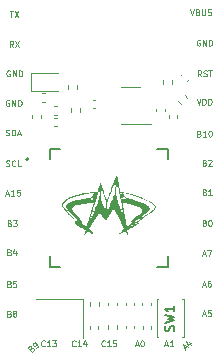
<source format=gbr>
%TF.GenerationSoftware,KiCad,Pcbnew,(6.0.1)*%
%TF.CreationDate,2022-06-22T22:46:58-04:00*%
%TF.ProjectId,stemcell,7374656d-6365-46c6-9c2e-6b696361645f,1.0.0*%
%TF.SameCoordinates,Original*%
%TF.FileFunction,Legend,Top*%
%TF.FilePolarity,Positive*%
%FSLAX46Y46*%
G04 Gerber Fmt 4.6, Leading zero omitted, Abs format (unit mm)*
G04 Created by KiCad (PCBNEW (6.0.1)) date 2022-06-22 22:46:58*
%MOMM*%
%LPD*%
G01*
G04 APERTURE LIST*
%ADD10C,0.050000*%
%ADD11C,0.150000*%
%ADD12C,0.120000*%
%ADD13C,0.127000*%
%ADD14C,0.200000*%
G04 APERTURE END LIST*
D10*
X107511933Y-57765390D02*
X107678600Y-58265390D01*
X107845266Y-57765390D01*
X108011933Y-58265390D02*
X108011933Y-57765390D01*
X108130980Y-57765390D01*
X108202409Y-57789200D01*
X108250028Y-57836819D01*
X108273838Y-57884438D01*
X108297647Y-57979676D01*
X108297647Y-58051104D01*
X108273838Y-58146342D01*
X108250028Y-58193961D01*
X108202409Y-58241580D01*
X108130980Y-58265390D01*
X108011933Y-58265390D01*
X108511933Y-58265390D02*
X108511933Y-57765390D01*
X108630980Y-57765390D01*
X108702409Y-57789200D01*
X108750028Y-57836819D01*
X108773838Y-57884438D01*
X108797647Y-57979676D01*
X108797647Y-58051104D01*
X108773838Y-58146342D01*
X108750028Y-58193961D01*
X108702409Y-58241580D01*
X108630980Y-58265390D01*
X108511933Y-58265390D01*
X108186219Y-65663485D02*
X108257647Y-65687295D01*
X108281457Y-65711104D01*
X108305266Y-65758723D01*
X108305266Y-65830152D01*
X108281457Y-65877771D01*
X108257647Y-65901580D01*
X108210028Y-65925390D01*
X108019552Y-65925390D01*
X108019552Y-65425390D01*
X108186219Y-65425390D01*
X108233838Y-65449200D01*
X108257647Y-65473009D01*
X108281457Y-65520628D01*
X108281457Y-65568247D01*
X108257647Y-65615866D01*
X108233838Y-65639676D01*
X108186219Y-65663485D01*
X108019552Y-65663485D01*
X108781457Y-65925390D02*
X108495742Y-65925390D01*
X108638600Y-65925390D02*
X108638600Y-65425390D01*
X108590980Y-65496819D01*
X108543361Y-65544438D01*
X108495742Y-65568247D01*
X91697647Y-55389200D02*
X91650028Y-55365390D01*
X91578600Y-55365390D01*
X91507171Y-55389200D01*
X91459552Y-55436819D01*
X91435742Y-55484438D01*
X91411933Y-55579676D01*
X91411933Y-55651104D01*
X91435742Y-55746342D01*
X91459552Y-55793961D01*
X91507171Y-55841580D01*
X91578600Y-55865390D01*
X91626219Y-55865390D01*
X91697647Y-55841580D01*
X91721457Y-55817771D01*
X91721457Y-55651104D01*
X91626219Y-55651104D01*
X91935742Y-55865390D02*
X91935742Y-55365390D01*
X92221457Y-55865390D01*
X92221457Y-55365390D01*
X92459552Y-55865390D02*
X92459552Y-55365390D01*
X92578600Y-55365390D01*
X92650028Y-55389200D01*
X92697647Y-55436819D01*
X92721457Y-55484438D01*
X92745266Y-55579676D01*
X92745266Y-55651104D01*
X92721457Y-55746342D01*
X92697647Y-55793961D01*
X92650028Y-55841580D01*
X92578600Y-55865390D01*
X92459552Y-55865390D01*
X108186219Y-68263485D02*
X108257647Y-68287295D01*
X108281457Y-68311104D01*
X108305266Y-68358723D01*
X108305266Y-68430152D01*
X108281457Y-68477771D01*
X108257647Y-68501580D01*
X108210028Y-68525390D01*
X108019552Y-68525390D01*
X108019552Y-68025390D01*
X108186219Y-68025390D01*
X108233838Y-68049200D01*
X108257647Y-68073009D01*
X108281457Y-68120628D01*
X108281457Y-68168247D01*
X108257647Y-68215866D01*
X108233838Y-68239676D01*
X108186219Y-68263485D01*
X108019552Y-68263485D01*
X108614790Y-68025390D02*
X108662409Y-68025390D01*
X108710028Y-68049200D01*
X108733838Y-68073009D01*
X108757647Y-68120628D01*
X108781457Y-68215866D01*
X108781457Y-68334914D01*
X108757647Y-68430152D01*
X108733838Y-68477771D01*
X108710028Y-68501580D01*
X108662409Y-68525390D01*
X108614790Y-68525390D01*
X108567171Y-68501580D01*
X108543361Y-68477771D01*
X108519552Y-68430152D01*
X108495742Y-68334914D01*
X108495742Y-68215866D01*
X108519552Y-68120628D01*
X108543361Y-68073009D01*
X108567171Y-68049200D01*
X108614790Y-68025390D01*
X91676219Y-68303485D02*
X91747647Y-68327295D01*
X91771457Y-68351104D01*
X91795266Y-68398723D01*
X91795266Y-68470152D01*
X91771457Y-68517771D01*
X91747647Y-68541580D01*
X91700028Y-68565390D01*
X91509552Y-68565390D01*
X91509552Y-68065390D01*
X91676219Y-68065390D01*
X91723838Y-68089200D01*
X91747647Y-68113009D01*
X91771457Y-68160628D01*
X91771457Y-68208247D01*
X91747647Y-68255866D01*
X91723838Y-68279676D01*
X91676219Y-68303485D01*
X91509552Y-68303485D01*
X91961933Y-68065390D02*
X92271457Y-68065390D01*
X92104790Y-68255866D01*
X92176219Y-68255866D01*
X92223838Y-68279676D01*
X92247647Y-68303485D01*
X92271457Y-68351104D01*
X92271457Y-68470152D01*
X92247647Y-68517771D01*
X92223838Y-68541580D01*
X92176219Y-68565390D01*
X92033361Y-68565390D01*
X91985742Y-68541580D01*
X91961933Y-68517771D01*
X97267171Y-78677771D02*
X97243361Y-78701580D01*
X97171933Y-78725390D01*
X97124314Y-78725390D01*
X97052885Y-78701580D01*
X97005266Y-78653961D01*
X96981457Y-78606342D01*
X96957647Y-78511104D01*
X96957647Y-78439676D01*
X96981457Y-78344438D01*
X97005266Y-78296819D01*
X97052885Y-78249200D01*
X97124314Y-78225390D01*
X97171933Y-78225390D01*
X97243361Y-78249200D01*
X97267171Y-78273009D01*
X97743361Y-78725390D02*
X97457647Y-78725390D01*
X97600504Y-78725390D02*
X97600504Y-78225390D01*
X97552885Y-78296819D01*
X97505266Y-78344438D01*
X97457647Y-78368247D01*
X98171933Y-78392057D02*
X98171933Y-78725390D01*
X98052885Y-78201580D02*
X97933838Y-78558723D01*
X98243361Y-78558723D01*
X107738123Y-60703485D02*
X107809552Y-60727295D01*
X107833361Y-60751104D01*
X107857171Y-60798723D01*
X107857171Y-60870152D01*
X107833361Y-60917771D01*
X107809552Y-60941580D01*
X107761933Y-60965390D01*
X107571457Y-60965390D01*
X107571457Y-60465390D01*
X107738123Y-60465390D01*
X107785742Y-60489200D01*
X107809552Y-60513009D01*
X107833361Y-60560628D01*
X107833361Y-60608247D01*
X107809552Y-60655866D01*
X107785742Y-60679676D01*
X107738123Y-60703485D01*
X107571457Y-60703485D01*
X108333361Y-60965390D02*
X108047647Y-60965390D01*
X108190504Y-60965390D02*
X108190504Y-60465390D01*
X108142885Y-60536819D01*
X108095266Y-60584438D01*
X108047647Y-60608247D01*
X108642885Y-60465390D02*
X108690504Y-60465390D01*
X108738123Y-60489200D01*
X108761933Y-60513009D01*
X108785742Y-60560628D01*
X108809552Y-60655866D01*
X108809552Y-60774914D01*
X108785742Y-60870152D01*
X108761933Y-60917771D01*
X108738123Y-60941580D01*
X108690504Y-60965390D01*
X108642885Y-60965390D01*
X108595266Y-60941580D01*
X108571457Y-60917771D01*
X108547647Y-60870152D01*
X108523838Y-60774914D01*
X108523838Y-60655866D01*
X108547647Y-60560628D01*
X108571457Y-60513009D01*
X108595266Y-60489200D01*
X108642885Y-60465390D01*
X94667171Y-78677771D02*
X94643361Y-78701580D01*
X94571933Y-78725390D01*
X94524314Y-78725390D01*
X94452885Y-78701580D01*
X94405266Y-78653961D01*
X94381457Y-78606342D01*
X94357647Y-78511104D01*
X94357647Y-78439676D01*
X94381457Y-78344438D01*
X94405266Y-78296819D01*
X94452885Y-78249200D01*
X94524314Y-78225390D01*
X94571933Y-78225390D01*
X94643361Y-78249200D01*
X94667171Y-78273009D01*
X95143361Y-78725390D02*
X94857647Y-78725390D01*
X95000504Y-78725390D02*
X95000504Y-78225390D01*
X94952885Y-78296819D01*
X94905266Y-78344438D01*
X94857647Y-78368247D01*
X95310028Y-78225390D02*
X95619552Y-78225390D01*
X95452885Y-78415866D01*
X95524314Y-78415866D01*
X95571933Y-78439676D01*
X95595742Y-78463485D01*
X95619552Y-78511104D01*
X95619552Y-78630152D01*
X95595742Y-78677771D01*
X95571933Y-78701580D01*
X95524314Y-78725390D01*
X95381457Y-78725390D01*
X95333838Y-78701580D01*
X95310028Y-78677771D01*
X104831457Y-78582533D02*
X105069552Y-78582533D01*
X104783838Y-78725390D02*
X104950504Y-78225390D01*
X105117171Y-78725390D01*
X105545742Y-78725390D02*
X105260028Y-78725390D01*
X105402885Y-78725390D02*
X105402885Y-78225390D01*
X105355266Y-78296819D01*
X105307647Y-78344438D01*
X105260028Y-78368247D01*
X108186219Y-63163485D02*
X108257647Y-63187295D01*
X108281457Y-63211104D01*
X108305266Y-63258723D01*
X108305266Y-63330152D01*
X108281457Y-63377771D01*
X108257647Y-63401580D01*
X108210028Y-63425390D01*
X108019552Y-63425390D01*
X108019552Y-62925390D01*
X108186219Y-62925390D01*
X108233838Y-62949200D01*
X108257647Y-62973009D01*
X108281457Y-63020628D01*
X108281457Y-63068247D01*
X108257647Y-63115866D01*
X108233838Y-63139676D01*
X108186219Y-63163485D01*
X108019552Y-63163485D01*
X108495742Y-62973009D02*
X108519552Y-62949200D01*
X108567171Y-62925390D01*
X108686219Y-62925390D01*
X108733838Y-62949200D01*
X108757647Y-62973009D01*
X108781457Y-63020628D01*
X108781457Y-63068247D01*
X108757647Y-63139676D01*
X108471933Y-63425390D01*
X108781457Y-63425390D01*
X108021457Y-70922533D02*
X108259552Y-70922533D01*
X107973838Y-71065390D02*
X108140504Y-70565390D01*
X108307171Y-71065390D01*
X108426219Y-70565390D02*
X108759552Y-70565390D01*
X108545266Y-71065390D01*
X107797647Y-52789200D02*
X107750028Y-52765390D01*
X107678600Y-52765390D01*
X107607171Y-52789200D01*
X107559552Y-52836819D01*
X107535742Y-52884438D01*
X107511933Y-52979676D01*
X107511933Y-53051104D01*
X107535742Y-53146342D01*
X107559552Y-53193961D01*
X107607171Y-53241580D01*
X107678600Y-53265390D01*
X107726219Y-53265390D01*
X107797647Y-53241580D01*
X107821457Y-53217771D01*
X107821457Y-53051104D01*
X107726219Y-53051104D01*
X108035742Y-53265390D02*
X108035742Y-52765390D01*
X108321457Y-53265390D01*
X108321457Y-52765390D01*
X108559552Y-53265390D02*
X108559552Y-52765390D01*
X108678600Y-52765390D01*
X108750028Y-52789200D01*
X108797647Y-52836819D01*
X108821457Y-52884438D01*
X108845266Y-52979676D01*
X108845266Y-53051104D01*
X108821457Y-53146342D01*
X108797647Y-53193961D01*
X108750028Y-53241580D01*
X108678600Y-53265390D01*
X108559552Y-53265390D01*
X91666219Y-75943485D02*
X91737647Y-75967295D01*
X91761457Y-75991104D01*
X91785266Y-76038723D01*
X91785266Y-76110152D01*
X91761457Y-76157771D01*
X91737647Y-76181580D01*
X91690028Y-76205390D01*
X91499552Y-76205390D01*
X91499552Y-75705390D01*
X91666219Y-75705390D01*
X91713838Y-75729200D01*
X91737647Y-75753009D01*
X91761457Y-75800628D01*
X91761457Y-75848247D01*
X91737647Y-75895866D01*
X91713838Y-75919676D01*
X91666219Y-75943485D01*
X91499552Y-75943485D01*
X92070980Y-75919676D02*
X92023361Y-75895866D01*
X91999552Y-75872057D01*
X91975742Y-75824438D01*
X91975742Y-75800628D01*
X91999552Y-75753009D01*
X92023361Y-75729200D01*
X92070980Y-75705390D01*
X92166219Y-75705390D01*
X92213838Y-75729200D01*
X92237647Y-75753009D01*
X92261457Y-75800628D01*
X92261457Y-75824438D01*
X92237647Y-75872057D01*
X92213838Y-75895866D01*
X92166219Y-75919676D01*
X92070980Y-75919676D01*
X92023361Y-75943485D01*
X91999552Y-75967295D01*
X91975742Y-76014914D01*
X91975742Y-76110152D01*
X91999552Y-76157771D01*
X92023361Y-76181580D01*
X92070980Y-76205390D01*
X92166219Y-76205390D01*
X92213838Y-76181580D01*
X92237647Y-76157771D01*
X92261457Y-76110152D01*
X92261457Y-76014914D01*
X92237647Y-75967295D01*
X92213838Y-75943485D01*
X92166219Y-75919676D01*
X91647647Y-57889200D02*
X91600028Y-57865390D01*
X91528600Y-57865390D01*
X91457171Y-57889200D01*
X91409552Y-57936819D01*
X91385742Y-57984438D01*
X91361933Y-58079676D01*
X91361933Y-58151104D01*
X91385742Y-58246342D01*
X91409552Y-58293961D01*
X91457171Y-58341580D01*
X91528600Y-58365390D01*
X91576219Y-58365390D01*
X91647647Y-58341580D01*
X91671457Y-58317771D01*
X91671457Y-58151104D01*
X91576219Y-58151104D01*
X91885742Y-58365390D02*
X91885742Y-57865390D01*
X92171457Y-58365390D01*
X92171457Y-57865390D01*
X92409552Y-58365390D02*
X92409552Y-57865390D01*
X92528600Y-57865390D01*
X92600028Y-57889200D01*
X92647647Y-57936819D01*
X92671457Y-57984438D01*
X92695266Y-58079676D01*
X92695266Y-58151104D01*
X92671457Y-58246342D01*
X92647647Y-58293961D01*
X92600028Y-58341580D01*
X92528600Y-58365390D01*
X92409552Y-58365390D01*
X108021457Y-76022533D02*
X108259552Y-76022533D01*
X107973838Y-76165390D02*
X108140504Y-75665390D01*
X108307171Y-76165390D01*
X108711933Y-75665390D02*
X108473838Y-75665390D01*
X108450028Y-75903485D01*
X108473838Y-75879676D01*
X108521457Y-75855866D01*
X108640504Y-75855866D01*
X108688123Y-75879676D01*
X108711933Y-75903485D01*
X108735742Y-75951104D01*
X108735742Y-76070152D01*
X108711933Y-76117771D01*
X108688123Y-76141580D01*
X108640504Y-76165390D01*
X108521457Y-76165390D01*
X108473838Y-76141580D01*
X108450028Y-76117771D01*
X108021457Y-73522533D02*
X108259552Y-73522533D01*
X107973838Y-73665390D02*
X108140504Y-73165390D01*
X108307171Y-73665390D01*
X108688123Y-73165390D02*
X108592885Y-73165390D01*
X108545266Y-73189200D01*
X108521457Y-73213009D01*
X108473838Y-73284438D01*
X108450028Y-73379676D01*
X108450028Y-73570152D01*
X108473838Y-73617771D01*
X108497647Y-73641580D01*
X108545266Y-73665390D01*
X108640504Y-73665390D01*
X108688123Y-73641580D01*
X108711933Y-73617771D01*
X108735742Y-73570152D01*
X108735742Y-73451104D01*
X108711933Y-73403485D01*
X108688123Y-73379676D01*
X108640504Y-73355866D01*
X108545266Y-73355866D01*
X108497647Y-73379676D01*
X108473838Y-73403485D01*
X108450028Y-73451104D01*
X102331457Y-78582533D02*
X102569552Y-78582533D01*
X102283838Y-78725390D02*
X102450504Y-78225390D01*
X102617171Y-78725390D01*
X102879076Y-78225390D02*
X102926695Y-78225390D01*
X102974314Y-78249200D01*
X102998123Y-78273009D01*
X103021933Y-78320628D01*
X103045742Y-78415866D01*
X103045742Y-78534914D01*
X103021933Y-78630152D01*
X102998123Y-78677771D01*
X102974314Y-78701580D01*
X102926695Y-78725390D01*
X102879076Y-78725390D01*
X102831457Y-78701580D01*
X102807647Y-78677771D01*
X102783838Y-78630152D01*
X102760028Y-78534914D01*
X102760028Y-78415866D01*
X102783838Y-78320628D01*
X102807647Y-78273009D01*
X102831457Y-78249200D01*
X102879076Y-78225390D01*
X106961933Y-50165390D02*
X107128600Y-50665390D01*
X107295266Y-50165390D01*
X107628600Y-50403485D02*
X107700028Y-50427295D01*
X107723838Y-50451104D01*
X107747647Y-50498723D01*
X107747647Y-50570152D01*
X107723838Y-50617771D01*
X107700028Y-50641580D01*
X107652409Y-50665390D01*
X107461933Y-50665390D01*
X107461933Y-50165390D01*
X107628600Y-50165390D01*
X107676219Y-50189200D01*
X107700028Y-50213009D01*
X107723838Y-50260628D01*
X107723838Y-50308247D01*
X107700028Y-50355866D01*
X107676219Y-50379676D01*
X107628600Y-50403485D01*
X107461933Y-50403485D01*
X107961933Y-50165390D02*
X107961933Y-50570152D01*
X107985742Y-50617771D01*
X108009552Y-50641580D01*
X108057171Y-50665390D01*
X108152409Y-50665390D01*
X108200028Y-50641580D01*
X108223838Y-50617771D01*
X108247647Y-50570152D01*
X108247647Y-50165390D01*
X108461933Y-50641580D02*
X108533361Y-50665390D01*
X108652409Y-50665390D01*
X108700028Y-50641580D01*
X108723838Y-50617771D01*
X108747647Y-50570152D01*
X108747647Y-50522533D01*
X108723838Y-50474914D01*
X108700028Y-50451104D01*
X108652409Y-50427295D01*
X108557171Y-50403485D01*
X108509552Y-50379676D01*
X108485742Y-50355866D01*
X108461933Y-50308247D01*
X108461933Y-50260628D01*
X108485742Y-50213009D01*
X108509552Y-50189200D01*
X108557171Y-50165390D01*
X108676219Y-50165390D01*
X108747647Y-50189200D01*
X91371457Y-60841580D02*
X91442885Y-60865390D01*
X91561933Y-60865390D01*
X91609552Y-60841580D01*
X91633361Y-60817771D01*
X91657171Y-60770152D01*
X91657171Y-60722533D01*
X91633361Y-60674914D01*
X91609552Y-60651104D01*
X91561933Y-60627295D01*
X91466695Y-60603485D01*
X91419076Y-60579676D01*
X91395266Y-60555866D01*
X91371457Y-60508247D01*
X91371457Y-60460628D01*
X91395266Y-60413009D01*
X91419076Y-60389200D01*
X91466695Y-60365390D01*
X91585742Y-60365390D01*
X91657171Y-60389200D01*
X91871457Y-60865390D02*
X91871457Y-60365390D01*
X91990504Y-60365390D01*
X92061933Y-60389200D01*
X92109552Y-60436819D01*
X92133361Y-60484438D01*
X92157171Y-60579676D01*
X92157171Y-60651104D01*
X92133361Y-60746342D01*
X92109552Y-60793961D01*
X92061933Y-60841580D01*
X91990504Y-60865390D01*
X91871457Y-60865390D01*
X92347647Y-60722533D02*
X92585742Y-60722533D01*
X92300028Y-60865390D02*
X92466695Y-60365390D01*
X92633361Y-60865390D01*
X106468578Y-78892604D02*
X106650969Y-78739559D01*
X106523926Y-79032647D02*
X106330207Y-78542494D01*
X106779274Y-78818385D01*
X106856838Y-78318165D02*
X107071101Y-78573513D01*
X106643207Y-78248774D02*
X106781578Y-78598884D01*
X107018687Y-78399926D01*
X91697647Y-50365390D02*
X91983361Y-50365390D01*
X91840504Y-50865390D02*
X91840504Y-50365390D01*
X92102409Y-50365390D02*
X92435742Y-50865390D01*
X92435742Y-50365390D02*
X92102409Y-50865390D01*
X107904790Y-55865390D02*
X107738123Y-55627295D01*
X107619076Y-55865390D02*
X107619076Y-55365390D01*
X107809552Y-55365390D01*
X107857171Y-55389200D01*
X107880980Y-55413009D01*
X107904790Y-55460628D01*
X107904790Y-55532057D01*
X107880980Y-55579676D01*
X107857171Y-55603485D01*
X107809552Y-55627295D01*
X107619076Y-55627295D01*
X108095266Y-55841580D02*
X108166695Y-55865390D01*
X108285742Y-55865390D01*
X108333361Y-55841580D01*
X108357171Y-55817771D01*
X108380980Y-55770152D01*
X108380980Y-55722533D01*
X108357171Y-55674914D01*
X108333361Y-55651104D01*
X108285742Y-55627295D01*
X108190504Y-55603485D01*
X108142885Y-55579676D01*
X108119076Y-55555866D01*
X108095266Y-55508247D01*
X108095266Y-55460628D01*
X108119076Y-55413009D01*
X108142885Y-55389200D01*
X108190504Y-55365390D01*
X108309552Y-55365390D01*
X108380980Y-55389200D01*
X108523838Y-55365390D02*
X108809552Y-55365390D01*
X108666695Y-55865390D02*
X108666695Y-55365390D01*
X91666219Y-73443485D02*
X91737647Y-73467295D01*
X91761457Y-73491104D01*
X91785266Y-73538723D01*
X91785266Y-73610152D01*
X91761457Y-73657771D01*
X91737647Y-73681580D01*
X91690028Y-73705390D01*
X91499552Y-73705390D01*
X91499552Y-73205390D01*
X91666219Y-73205390D01*
X91713838Y-73229200D01*
X91737647Y-73253009D01*
X91761457Y-73300628D01*
X91761457Y-73348247D01*
X91737647Y-73395866D01*
X91713838Y-73419676D01*
X91666219Y-73443485D01*
X91499552Y-73443485D01*
X92237647Y-73205390D02*
X91999552Y-73205390D01*
X91975742Y-73443485D01*
X91999552Y-73419676D01*
X92047171Y-73395866D01*
X92166219Y-73395866D01*
X92213838Y-73419676D01*
X92237647Y-73443485D01*
X92261457Y-73491104D01*
X92261457Y-73610152D01*
X92237647Y-73657771D01*
X92213838Y-73681580D01*
X92166219Y-73705390D01*
X92047171Y-73705390D01*
X91999552Y-73681580D01*
X91975742Y-73657771D01*
X99767171Y-78677771D02*
X99743361Y-78701580D01*
X99671933Y-78725390D01*
X99624314Y-78725390D01*
X99552885Y-78701580D01*
X99505266Y-78653961D01*
X99481457Y-78606342D01*
X99457647Y-78511104D01*
X99457647Y-78439676D01*
X99481457Y-78344438D01*
X99505266Y-78296819D01*
X99552885Y-78249200D01*
X99624314Y-78225390D01*
X99671933Y-78225390D01*
X99743361Y-78249200D01*
X99767171Y-78273009D01*
X100243361Y-78725390D02*
X99957647Y-78725390D01*
X100100504Y-78725390D02*
X100100504Y-78225390D01*
X100052885Y-78296819D01*
X100005266Y-78344438D01*
X99957647Y-78368247D01*
X100695742Y-78225390D02*
X100457647Y-78225390D01*
X100433838Y-78463485D01*
X100457647Y-78439676D01*
X100505266Y-78415866D01*
X100624314Y-78415866D01*
X100671933Y-78439676D01*
X100695742Y-78463485D01*
X100719552Y-78511104D01*
X100719552Y-78630152D01*
X100695742Y-78677771D01*
X100671933Y-78701580D01*
X100624314Y-78725390D01*
X100505266Y-78725390D01*
X100457647Y-78701580D01*
X100433838Y-78677771D01*
X91995266Y-53365390D02*
X91828600Y-53127295D01*
X91709552Y-53365390D02*
X91709552Y-52865390D01*
X91900028Y-52865390D01*
X91947647Y-52889200D01*
X91971457Y-52913009D01*
X91995266Y-52960628D01*
X91995266Y-53032057D01*
X91971457Y-53079676D01*
X91947647Y-53103485D01*
X91900028Y-53127295D01*
X91709552Y-53127295D01*
X92161933Y-52865390D02*
X92495266Y-53365390D01*
X92495266Y-52865390D02*
X92161933Y-53365390D01*
X91666219Y-70743485D02*
X91737647Y-70767295D01*
X91761457Y-70791104D01*
X91785266Y-70838723D01*
X91785266Y-70910152D01*
X91761457Y-70957771D01*
X91737647Y-70981580D01*
X91690028Y-71005390D01*
X91499552Y-71005390D01*
X91499552Y-70505390D01*
X91666219Y-70505390D01*
X91713838Y-70529200D01*
X91737647Y-70553009D01*
X91761457Y-70600628D01*
X91761457Y-70648247D01*
X91737647Y-70695866D01*
X91713838Y-70719676D01*
X91666219Y-70743485D01*
X91499552Y-70743485D01*
X92213838Y-70672057D02*
X92213838Y-71005390D01*
X92094790Y-70481580D02*
X91975742Y-70838723D01*
X92285266Y-70838723D01*
X93510610Y-78901929D02*
X93580632Y-78874254D01*
X93614176Y-78877189D01*
X93663024Y-78898363D01*
X93708937Y-78953080D01*
X93721307Y-79004863D01*
X93718372Y-79038407D01*
X93697198Y-79087255D01*
X93551285Y-79209691D01*
X93229891Y-78826668D01*
X93357565Y-78719537D01*
X93409348Y-78707167D01*
X93442892Y-78710102D01*
X93491740Y-78731276D01*
X93522349Y-78767754D01*
X93534719Y-78819537D01*
X93531784Y-78853081D01*
X93510610Y-78901929D01*
X93382936Y-79009060D01*
X93952546Y-78872992D02*
X94025503Y-78811775D01*
X94046677Y-78762926D01*
X94049612Y-78729383D01*
X94040176Y-78644056D01*
X93997198Y-78555795D01*
X93874762Y-78409882D01*
X93825914Y-78388708D01*
X93792370Y-78385774D01*
X93740588Y-78398143D01*
X93667631Y-78459361D01*
X93646457Y-78508209D01*
X93643522Y-78541753D01*
X93655892Y-78593536D01*
X93732415Y-78684732D01*
X93781263Y-78705905D01*
X93814806Y-78708840D01*
X93866589Y-78696470D01*
X93939546Y-78635252D01*
X93960719Y-78586404D01*
X93963654Y-78552861D01*
X93951284Y-78501078D01*
X91383361Y-65822533D02*
X91621457Y-65822533D01*
X91335742Y-65965390D02*
X91502409Y-65465390D01*
X91669076Y-65965390D01*
X92097647Y-65965390D02*
X91811933Y-65965390D01*
X91954790Y-65965390D02*
X91954790Y-65465390D01*
X91907171Y-65536819D01*
X91859552Y-65584438D01*
X91811933Y-65608247D01*
X92550028Y-65465390D02*
X92311933Y-65465390D01*
X92288123Y-65703485D01*
X92311933Y-65679676D01*
X92359552Y-65655866D01*
X92478600Y-65655866D01*
X92526219Y-65679676D01*
X92550028Y-65703485D01*
X92573838Y-65751104D01*
X92573838Y-65870152D01*
X92550028Y-65917771D01*
X92526219Y-65941580D01*
X92478600Y-65965390D01*
X92359552Y-65965390D01*
X92311933Y-65941580D01*
X92288123Y-65917771D01*
X91383361Y-63441580D02*
X91454790Y-63465390D01*
X91573838Y-63465390D01*
X91621457Y-63441580D01*
X91645266Y-63417771D01*
X91669076Y-63370152D01*
X91669076Y-63322533D01*
X91645266Y-63274914D01*
X91621457Y-63251104D01*
X91573838Y-63227295D01*
X91478600Y-63203485D01*
X91430980Y-63179676D01*
X91407171Y-63155866D01*
X91383361Y-63108247D01*
X91383361Y-63060628D01*
X91407171Y-63013009D01*
X91430980Y-62989200D01*
X91478600Y-62965390D01*
X91597647Y-62965390D01*
X91669076Y-62989200D01*
X92169076Y-63417771D02*
X92145266Y-63441580D01*
X92073838Y-63465390D01*
X92026219Y-63465390D01*
X91954790Y-63441580D01*
X91907171Y-63393961D01*
X91883361Y-63346342D01*
X91859552Y-63251104D01*
X91859552Y-63179676D01*
X91883361Y-63084438D01*
X91907171Y-63036819D01*
X91954790Y-62989200D01*
X92026219Y-62965390D01*
X92073838Y-62965390D01*
X92145266Y-62989200D01*
X92169076Y-63013009D01*
X92621457Y-63465390D02*
X92383361Y-63465390D01*
X92383361Y-62965390D01*
D11*
%TO.C,SW1*%
X105587009Y-77442066D02*
X105625104Y-77327780D01*
X105625104Y-77137304D01*
X105587009Y-77061114D01*
X105548914Y-77023019D01*
X105472723Y-76984923D01*
X105396533Y-76984923D01*
X105320342Y-77023019D01*
X105282247Y-77061114D01*
X105244152Y-77137304D01*
X105206057Y-77289685D01*
X105167961Y-77365876D01*
X105129866Y-77403971D01*
X105053676Y-77442066D01*
X104977485Y-77442066D01*
X104901295Y-77403971D01*
X104863200Y-77365876D01*
X104825104Y-77289685D01*
X104825104Y-77099209D01*
X104863200Y-76984923D01*
X104825104Y-76718257D02*
X105625104Y-76527780D01*
X105053676Y-76375400D01*
X105625104Y-76223019D01*
X104825104Y-76032542D01*
X105625104Y-75308733D02*
X105625104Y-75765876D01*
X105625104Y-75537304D02*
X104825104Y-75537304D01*
X104939390Y-75613495D01*
X105015580Y-75689685D01*
X105053676Y-75765876D01*
D12*
%TO.C,C10*%
X101528600Y-75011364D02*
X101528600Y-75227036D01*
X102248600Y-75011364D02*
X102248600Y-75227036D01*
%TO.C,U2*%
X101888600Y-56739200D02*
X101088600Y-56739200D01*
X101888600Y-59859200D02*
X103688600Y-59859200D01*
X101888600Y-56739200D02*
X102688600Y-56739200D01*
X101888600Y-59859200D02*
X101088600Y-59859200D01*
%TO.C,R5*%
X96876600Y-58573159D02*
X96876600Y-58880441D01*
X97636600Y-58573159D02*
X97636600Y-58880441D01*
%TO.C,C5*%
X102248600Y-77207036D02*
X102248600Y-76991364D01*
X101528600Y-77207036D02*
X101528600Y-76991364D01*
%TO.C,R6*%
X94405046Y-58049462D02*
X94712328Y-58049462D01*
X94405046Y-57289462D02*
X94712328Y-57289462D01*
%TO.C,C8*%
X100748600Y-75227036D02*
X100748600Y-75011364D01*
X100028600Y-75227036D02*
X100028600Y-75011364D01*
%TO.C,R3*%
X95711566Y-59105928D02*
X95404284Y-59105928D01*
X95711566Y-58345928D02*
X95404284Y-58345928D01*
%TO.C,R4*%
X96638050Y-56920205D02*
X96638050Y-56612923D01*
X97398050Y-56920205D02*
X97398050Y-56612923D01*
%TO.C,C4*%
X102935600Y-75011364D02*
X102935600Y-75227036D01*
X103655600Y-75011364D02*
X103655600Y-75227036D01*
%TO.C,C6*%
X93595216Y-59374785D02*
X93595216Y-59159113D01*
X94315216Y-59374785D02*
X94315216Y-59159113D01*
%TO.C,C1*%
X98939236Y-57856800D02*
X98723564Y-57856800D01*
X98939236Y-58576800D02*
X98723564Y-58576800D01*
%TO.C,Y1*%
X97888600Y-77999200D02*
X97888600Y-74699200D01*
X97888600Y-74699200D02*
X93888600Y-74699200D01*
%TO.C,C11*%
X98471400Y-77011364D02*
X98471400Y-77227036D01*
X99191400Y-77011364D02*
X99191400Y-77227036D01*
%TO.C,R1*%
X99262200Y-75284841D02*
X99262200Y-74977559D01*
X98502200Y-75284841D02*
X98502200Y-74977559D01*
%TO.C,C12*%
X106316738Y-55622663D02*
X106178106Y-55787878D01*
X106868290Y-56085470D02*
X106729658Y-56250685D01*
%TO.C,R7*%
X106737995Y-57689796D02*
X106540478Y-57454404D01*
X106155802Y-58178314D02*
X105958285Y-57942922D01*
%TO.C,C9*%
X95463810Y-60094374D02*
X95679482Y-60094374D01*
X95463810Y-59374374D02*
X95679482Y-59374374D01*
%TO.C,C2*%
X104830200Y-58832636D02*
X104830200Y-58616964D01*
X104110200Y-58832636D02*
X104110200Y-58616964D01*
%TO.C,R2*%
X105409000Y-56185559D02*
X105409000Y-56492841D01*
X104649000Y-56185559D02*
X104649000Y-56492841D01*
%TO.C,D1*%
X93483796Y-57082195D02*
X95768796Y-57082195D01*
X95768796Y-55612195D02*
X93483796Y-55612195D01*
X93483796Y-55612195D02*
X93483796Y-57082195D01*
%TO.C,SW1*%
X104168600Y-77919200D02*
X104168600Y-74679200D01*
X106408600Y-77919200D02*
X106408600Y-74679200D01*
X104168600Y-77919200D02*
X104268600Y-77919200D01*
X106308600Y-74679200D02*
X106408600Y-74679200D01*
X106308600Y-77919200D02*
X106408600Y-77919200D01*
X104168600Y-74679200D02*
X104268600Y-74679200D01*
%TO.C,C7*%
X103686600Y-77011364D02*
X103686600Y-77227036D01*
X102966600Y-77011364D02*
X102966600Y-77227036D01*
%TO.C,C3*%
X105879546Y-59137122D02*
X105879546Y-59352794D01*
X105159546Y-59137122D02*
X105159546Y-59352794D01*
D13*
%TO.C,U1*%
X104187900Y-61995400D02*
X105087900Y-61995400D01*
X95087900Y-71095400D02*
X95087900Y-71995400D01*
X105087900Y-71095400D02*
X105087900Y-71995400D01*
X95087900Y-61995400D02*
X95987900Y-61995400D01*
X105087900Y-61995400D02*
X105087900Y-62895400D01*
X105087900Y-71995400D02*
X104187900Y-71995400D01*
X95087900Y-62895400D02*
X95087900Y-61995400D01*
X95087900Y-71995400D02*
X95987900Y-71995400D01*
D14*
X93287900Y-62895400D02*
G75*
G03*
X93287900Y-62895400I-100000J0D01*
G01*
%TO.C,G\u002A\u002A\u002A*%
G36*
X101401355Y-68745785D02*
G01*
X101644861Y-68745785D01*
X101676277Y-68734329D01*
X101741706Y-68702598D01*
X101842111Y-68650387D01*
X101978459Y-68577490D01*
X102151716Y-68483702D01*
X102204351Y-68455096D01*
X102296226Y-68404917D01*
X102373340Y-68362384D01*
X102428064Y-68331736D01*
X102452767Y-68317211D01*
X102453264Y-68316834D01*
X102439167Y-68312365D01*
X102393169Y-68309522D01*
X102354776Y-68308985D01*
X102311557Y-68310629D01*
X102271945Y-68318025D01*
X102228614Y-68334870D01*
X102174238Y-68364861D01*
X102101492Y-68411695D01*
X102003049Y-68479070D01*
X101964147Y-68506112D01*
X101839993Y-68592957D01*
X101745021Y-68660551D01*
X101680198Y-68708691D01*
X101646490Y-68737170D01*
X101644861Y-68745785D01*
X101401355Y-68745785D01*
X100967896Y-67892983D01*
X100876260Y-67713160D01*
X100790561Y-67545880D01*
X100712827Y-67395038D01*
X100645088Y-67264529D01*
X100589371Y-67158250D01*
X100547705Y-67080095D01*
X100522119Y-67033959D01*
X100514651Y-67022704D01*
X100499400Y-67040055D01*
X100466841Y-67086902D01*
X100422249Y-67155435D01*
X100385885Y-67213442D01*
X100329393Y-67304891D01*
X100258380Y-67419894D01*
X100181218Y-67544890D01*
X100106276Y-67666322D01*
X100093140Y-67687612D01*
X100028651Y-67791678D01*
X99969002Y-67887109D01*
X99919432Y-67965580D01*
X99885180Y-68018770D01*
X99876494Y-68031756D01*
X99834729Y-68092467D01*
X99619020Y-67791928D01*
X99543675Y-67687442D01*
X99473609Y-67591177D01*
X99414279Y-67510562D01*
X99371140Y-67453025D01*
X99353960Y-67431023D01*
X99304608Y-67370658D01*
X98841959Y-68068492D01*
X98379309Y-68766326D01*
X98618380Y-68979158D01*
X98702922Y-69056186D01*
X98774349Y-69124625D01*
X98826858Y-69178653D01*
X98854647Y-69212445D01*
X98857553Y-69219243D01*
X98852180Y-69244647D01*
X98849095Y-69246496D01*
X98827740Y-69236957D01*
X98774969Y-69210763D01*
X98697962Y-69171548D01*
X98603901Y-69122946D01*
X98569026Y-69104779D01*
X98469337Y-69053569D01*
X98382679Y-69010596D01*
X98316715Y-68979546D01*
X98279112Y-68964105D01*
X98274301Y-68963062D01*
X98252870Y-68980419D01*
X98216282Y-69026585D01*
X98171351Y-69092703D01*
X98156907Y-69115680D01*
X98110208Y-69186243D01*
X98068937Y-69239517D01*
X98040199Y-69266607D01*
X98035043Y-69268299D01*
X98009587Y-69258072D01*
X98007682Y-69251947D01*
X98013912Y-69224868D01*
X98030213Y-69167064D01*
X98053487Y-69089378D01*
X98062186Y-69061174D01*
X98086893Y-68981105D01*
X98105695Y-68919180D01*
X98115574Y-68885373D01*
X98116365Y-68882021D01*
X98098426Y-68870093D01*
X98047906Y-68838944D01*
X97969748Y-68791559D01*
X97868899Y-68730925D01*
X97750304Y-68660025D01*
X97632186Y-68589731D01*
X97484933Y-68501973D01*
X97371577Y-68433429D01*
X97288325Y-68381387D01*
X97231383Y-68343131D01*
X97196960Y-68315949D01*
X97191151Y-68308985D01*
X97343491Y-68308985D01*
X97637268Y-68480259D01*
X97751449Y-68546926D01*
X97864163Y-68612909D01*
X97964612Y-68671876D01*
X98041996Y-68717494D01*
X98061862Y-68729270D01*
X98141316Y-68775854D01*
X98187321Y-68800924D01*
X98203431Y-68806027D01*
X98193203Y-68792713D01*
X98180997Y-68781163D01*
X98153402Y-68758901D01*
X98097184Y-68715776D01*
X98018877Y-68656723D01*
X97925012Y-68586677D01*
X97849062Y-68530434D01*
X97738310Y-68449233D01*
X97655627Y-68390687D01*
X97594323Y-68351120D01*
X97547711Y-68326854D01*
X97509102Y-68314213D01*
X97471807Y-68309518D01*
X97446271Y-68308985D01*
X97343491Y-68308985D01*
X97191151Y-68308985D01*
X97181261Y-68297127D01*
X97180495Y-68283950D01*
X97190684Y-68273825D01*
X97228437Y-68249700D01*
X97257323Y-68229746D01*
X97275046Y-68210053D01*
X97279309Y-68186715D01*
X97267814Y-68155824D01*
X97238264Y-68113474D01*
X97188362Y-68055756D01*
X97115810Y-67978763D01*
X97018312Y-67878588D01*
X96893571Y-67751324D01*
X96868334Y-67725532D01*
X96746048Y-67599383D01*
X96626820Y-67474365D01*
X96516113Y-67356358D01*
X96419389Y-67251240D01*
X96342110Y-67164891D01*
X96289738Y-67103190D01*
X96287221Y-67100040D01*
X96185123Y-66954361D01*
X96123488Y-66823095D01*
X96104457Y-66713766D01*
X96201232Y-66713766D01*
X96209728Y-66775239D01*
X96235011Y-66845361D01*
X96278997Y-66926748D01*
X96343601Y-67022017D01*
X96430739Y-67133784D01*
X96542326Y-67264667D01*
X96680277Y-67417281D01*
X96846509Y-67594244D01*
X97039271Y-67794399D01*
X97163672Y-67921968D01*
X97261985Y-68021378D01*
X97338149Y-68096087D01*
X97396108Y-68149554D01*
X97439802Y-68185235D01*
X97473172Y-68206590D01*
X97500161Y-68217076D01*
X97524545Y-68220147D01*
X97546219Y-68219593D01*
X97558227Y-68214388D01*
X97557734Y-68200921D01*
X97541908Y-68175582D01*
X97507918Y-68134762D01*
X97452929Y-68074849D01*
X97374110Y-67992234D01*
X97268628Y-67883308D01*
X97225085Y-67838505D01*
X97030621Y-67634336D01*
X96868775Y-67455220D01*
X96737942Y-67299190D01*
X96636516Y-67164279D01*
X96562893Y-67048520D01*
X96532555Y-66989929D01*
X96497192Y-66905776D01*
X96483999Y-66843851D01*
X96491883Y-66789500D01*
X96513856Y-66739244D01*
X96582241Y-66651401D01*
X96693879Y-66568656D01*
X96848712Y-66491029D01*
X97046686Y-66418539D01*
X97287745Y-66351205D01*
X97571831Y-66289045D01*
X97898889Y-66232080D01*
X98083653Y-66204833D01*
X98155006Y-66194882D01*
X98574222Y-66194882D01*
X98582906Y-66227366D01*
X98604401Y-66277139D01*
X98631873Y-66331119D01*
X98658489Y-66376224D01*
X98677413Y-66399375D01*
X98681206Y-66399655D01*
X98692345Y-66375788D01*
X98714526Y-66318817D01*
X98744687Y-66236901D01*
X98779765Y-66138199D01*
X98785088Y-66122949D01*
X98819184Y-66023287D01*
X98846616Y-65939739D01*
X98864876Y-65880198D01*
X98871456Y-65852563D01*
X98871250Y-65851621D01*
X98854840Y-65863295D01*
X98818163Y-65900542D01*
X98768405Y-65955056D01*
X98712753Y-66018533D01*
X98658393Y-66082668D01*
X98612511Y-66139155D01*
X98582294Y-66179689D01*
X98574222Y-66194882D01*
X98155006Y-66194882D01*
X98454308Y-66153141D01*
X98643828Y-65950726D01*
X98714738Y-65874385D01*
X98772897Y-65810612D01*
X98812835Y-65765492D01*
X98829083Y-65745109D01*
X98829150Y-65744570D01*
X98804511Y-65743478D01*
X98744837Y-65747437D01*
X98658288Y-65755531D01*
X98553025Y-65766844D01*
X98437208Y-65780459D01*
X98318996Y-65795461D01*
X98206550Y-65810932D01*
X98116368Y-65824606D01*
X97789355Y-65887043D01*
X97464935Y-65967695D01*
X97153963Y-66063311D01*
X96867295Y-66170640D01*
X96677398Y-66255592D01*
X96551199Y-66324970D01*
X96434631Y-66404119D01*
X96334826Y-66486924D01*
X96258918Y-66567271D01*
X96214038Y-66639044D01*
X96207608Y-66658325D01*
X96201232Y-66713766D01*
X96104457Y-66713766D01*
X96102676Y-66703534D01*
X96123044Y-66592971D01*
X96184953Y-66488698D01*
X96288762Y-66388009D01*
X96391366Y-66315111D01*
X96586089Y-66205184D01*
X96817742Y-66099962D01*
X97079724Y-66001666D01*
X97365431Y-65912515D01*
X97668259Y-65834730D01*
X97981606Y-65770532D01*
X98042285Y-65759969D01*
X98146280Y-65743654D01*
X98267594Y-65726652D01*
X98399026Y-65709745D01*
X98533375Y-65693715D01*
X98663439Y-65679345D01*
X98782019Y-65667417D01*
X98881912Y-65658713D01*
X98955918Y-65654015D01*
X98996835Y-65654105D01*
X99002350Y-65655683D01*
X98998271Y-65677546D01*
X98982810Y-65733470D01*
X98958296Y-65816120D01*
X98927058Y-65918164D01*
X98891427Y-66032269D01*
X98853732Y-66151102D01*
X98816303Y-66267330D01*
X98781471Y-66373620D01*
X98751563Y-66462639D01*
X98728911Y-66527053D01*
X98715844Y-66559530D01*
X98714531Y-66561611D01*
X98691566Y-66566692D01*
X98633415Y-66575189D01*
X98548263Y-66586017D01*
X98444296Y-66598088D01*
X98417504Y-66601044D01*
X98273772Y-66618349D01*
X98111887Y-66640525D01*
X97940534Y-66666127D01*
X97768394Y-66693715D01*
X97604153Y-66721846D01*
X97456493Y-66749078D01*
X97334099Y-66773970D01*
X97245654Y-66795080D01*
X97240675Y-66796458D01*
X97123455Y-66841808D01*
X97039210Y-66901285D01*
X96991826Y-66971495D01*
X96982634Y-67021913D01*
X96983143Y-67052128D01*
X96986467Y-67080014D01*
X96995305Y-67109260D01*
X97012354Y-67143553D01*
X97040312Y-67186581D01*
X97081876Y-67242031D01*
X97139745Y-67313591D01*
X97216617Y-67404949D01*
X97315188Y-67519792D01*
X97438157Y-67661808D01*
X97518295Y-67754135D01*
X97606531Y-67856153D01*
X97685387Y-67948052D01*
X97750208Y-68024348D01*
X97796339Y-68079558D01*
X97819125Y-68108198D01*
X97820216Y-68109822D01*
X97820193Y-68146451D01*
X97800129Y-68178282D01*
X97774678Y-68216458D01*
X97770740Y-68239400D01*
X97789393Y-68260447D01*
X97833406Y-68301715D01*
X97894773Y-68356371D01*
X97965488Y-68417585D01*
X98037546Y-68478523D01*
X98102938Y-68532354D01*
X98153661Y-68572245D01*
X98181706Y-68591364D01*
X98184050Y-68592105D01*
X98195873Y-68572905D01*
X98215681Y-68521587D01*
X98224617Y-68494307D01*
X98312591Y-68494307D01*
X98323492Y-68505208D01*
X98334394Y-68494307D01*
X98323492Y-68483406D01*
X98312591Y-68494307D01*
X98224617Y-68494307D01*
X98239603Y-68448560D01*
X98338315Y-68448560D01*
X98342514Y-68450885D01*
X98358234Y-68423037D01*
X98386231Y-68363526D01*
X98427263Y-68270867D01*
X98482087Y-68143573D01*
X98551460Y-67980154D01*
X98636140Y-67779125D01*
X98715715Y-67589500D01*
X98795626Y-67398912D01*
X98868757Y-67224545D01*
X99932176Y-67224545D01*
X99932767Y-67271771D01*
X99934517Y-67282454D01*
X99945545Y-67260848D01*
X99971885Y-67205108D01*
X100010942Y-67120858D01*
X100060117Y-67013720D01*
X100116813Y-66889317D01*
X100155226Y-66804608D01*
X100223709Y-66653277D01*
X100293958Y-66498009D01*
X100361377Y-66348960D01*
X100421373Y-66216288D01*
X100469352Y-66110151D01*
X100480661Y-66085123D01*
X100584085Y-65856195D01*
X100705153Y-65856195D01*
X100902834Y-66521174D01*
X100964248Y-66728018D01*
X101033262Y-66960886D01*
X101105699Y-67205655D01*
X101177381Y-67448202D01*
X101244131Y-67674404D01*
X101291258Y-67834395D01*
X101338502Y-67993891D01*
X101381982Y-68138647D01*
X101420162Y-68263707D01*
X101451505Y-68364115D01*
X101474474Y-68434914D01*
X101487532Y-68471148D01*
X101489818Y-68474820D01*
X101487530Y-68452473D01*
X101477901Y-68391544D01*
X101461689Y-68296300D01*
X101439652Y-68171005D01*
X101412547Y-68019925D01*
X101381132Y-67847325D01*
X101346163Y-67657470D01*
X101312722Y-67477737D01*
X101272944Y-67264628D01*
X101234001Y-67055442D01*
X101196976Y-66856026D01*
X101162950Y-66672228D01*
X101133004Y-66509894D01*
X101108220Y-66374871D01*
X101089678Y-66273007D01*
X101081395Y-66226839D01*
X101063633Y-66127984D01*
X101041082Y-66004449D01*
X101014838Y-65862048D01*
X100985994Y-65706595D01*
X100955645Y-65543906D01*
X100924884Y-65379793D01*
X100894805Y-65220072D01*
X100866502Y-65070556D01*
X100841070Y-64937061D01*
X100819602Y-64825400D01*
X100803191Y-64741388D01*
X100792933Y-64690838D01*
X100790143Y-64678856D01*
X100784681Y-64686073D01*
X100777633Y-64736178D01*
X100768988Y-64829302D01*
X100758735Y-64965577D01*
X100746864Y-65145135D01*
X100733364Y-65368109D01*
X100730339Y-65420144D01*
X100705153Y-65856195D01*
X100584085Y-65856195D01*
X100593935Y-65834393D01*
X100642971Y-65278427D01*
X100656789Y-65125221D01*
X100670039Y-64984739D01*
X100682074Y-64863347D01*
X100692246Y-64767412D01*
X100699911Y-64703298D01*
X100703891Y-64678856D01*
X100706831Y-64650936D01*
X100694373Y-64657054D01*
X100681212Y-64682497D01*
X100654912Y-64743236D01*
X100617703Y-64833763D01*
X100571812Y-64948567D01*
X100519469Y-65082137D01*
X100462902Y-65228964D01*
X100460664Y-65234822D01*
X100394378Y-65408266D01*
X100323783Y-65592735D01*
X100253204Y-65776945D01*
X100186967Y-65949613D01*
X100129397Y-66099453D01*
X100101343Y-66172333D01*
X99954327Y-66553878D01*
X99940148Y-66922711D01*
X99935973Y-67043160D01*
X99933280Y-67146056D01*
X99932176Y-67224545D01*
X98868757Y-67224545D01*
X98874935Y-67209816D01*
X98950991Y-67028530D01*
X99021142Y-66861372D01*
X99082738Y-66714661D01*
X99133125Y-66594714D01*
X99169654Y-66507850D01*
X99173223Y-66499371D01*
X99287983Y-66226839D01*
X99386915Y-66226839D01*
X99607393Y-66756954D01*
X99677896Y-66926927D01*
X99732921Y-67057526D01*
X99774595Y-67149270D01*
X99805047Y-67202677D01*
X99826405Y-67218265D01*
X99840797Y-67196554D01*
X99850353Y-67138061D01*
X99857199Y-67043304D01*
X99863465Y-66912804D01*
X99867698Y-66820364D01*
X99880829Y-66541786D01*
X99673932Y-65937360D01*
X99608632Y-65746681D01*
X99556058Y-65593782D01*
X99514802Y-65475193D01*
X99483459Y-65387443D01*
X99460620Y-65327063D01*
X99444877Y-65290581D01*
X99434825Y-65274526D01*
X99429055Y-65275430D01*
X99426160Y-65289820D01*
X99424733Y-65314226D01*
X99424419Y-65322032D01*
X99422554Y-65367786D01*
X99419224Y-65448674D01*
X99414776Y-65556265D01*
X99409559Y-65682127D01*
X99404140Y-65812590D01*
X99386915Y-66226839D01*
X99287983Y-66226839D01*
X99314632Y-65772787D01*
X99322071Y-65636659D01*
X99327627Y-65515751D01*
X99331085Y-65416653D01*
X99332228Y-65345957D01*
X99330840Y-65310254D01*
X99329922Y-65307375D01*
X99318380Y-65320484D01*
X99298978Y-65365752D01*
X99275888Y-65433424D01*
X99275588Y-65434389D01*
X99258173Y-65490327D01*
X99229789Y-65581330D01*
X99192484Y-65700843D01*
X99148304Y-65842314D01*
X99099295Y-65999189D01*
X99047502Y-66164915D01*
X99031553Y-66215938D01*
X98970230Y-66412204D01*
X98902897Y-66627868D01*
X98833505Y-66850270D01*
X98766000Y-67066753D01*
X98704333Y-67264658D01*
X98660898Y-67404178D01*
X98610696Y-67565279D01*
X98560558Y-67725734D01*
X98513236Y-67876772D01*
X98471479Y-68009620D01*
X98438040Y-68115508D01*
X98421574Y-68167268D01*
X98387265Y-68275415D01*
X98361447Y-68359338D01*
X98344878Y-68417549D01*
X98338315Y-68448560D01*
X98239603Y-68448560D01*
X98239773Y-68448040D01*
X98247185Y-68423449D01*
X98277301Y-68322943D01*
X98308780Y-68220025D01*
X98334946Y-68136512D01*
X98335569Y-68134565D01*
X98345387Y-68103842D01*
X98356441Y-68069038D01*
X98369712Y-68027009D01*
X98386181Y-67974616D01*
X98406829Y-67908717D01*
X98432635Y-67826172D01*
X98464581Y-67723839D01*
X98503646Y-67598577D01*
X98550813Y-67447245D01*
X98607061Y-67266703D01*
X98673370Y-67053809D01*
X98750722Y-66805421D01*
X98835839Y-66532075D01*
X98930344Y-66228538D01*
X99012734Y-65964004D01*
X99083897Y-65735855D01*
X99144723Y-65541471D01*
X99196100Y-65378237D01*
X99238918Y-65243532D01*
X99274065Y-65134740D01*
X99302431Y-65049241D01*
X99324904Y-64984419D01*
X99342373Y-64937654D01*
X99355728Y-64906329D01*
X99365858Y-64887826D01*
X99373651Y-64879526D01*
X99379996Y-64878811D01*
X99385783Y-64883064D01*
X99391900Y-64889665D01*
X99393105Y-64890901D01*
X99404314Y-64915359D01*
X99428574Y-64978088D01*
X99464813Y-65076105D01*
X99511960Y-65206427D01*
X99568945Y-65366070D01*
X99634697Y-65552051D01*
X99708144Y-65761386D01*
X99788216Y-65991092D01*
X99794374Y-66008814D01*
X99829639Y-66109605D01*
X99861680Y-66199883D01*
X99886662Y-66268915D01*
X99899590Y-66303148D01*
X99921491Y-66357655D01*
X99943102Y-66303148D01*
X99955809Y-66270281D01*
X99982035Y-66201814D01*
X100019810Y-66102909D01*
X100067166Y-65978727D01*
X100122135Y-65834430D01*
X100182746Y-65675181D01*
X100229993Y-65550959D01*
X100299525Y-65368136D01*
X100370163Y-65182483D01*
X100438857Y-65002014D01*
X100502556Y-64834740D01*
X100558210Y-64688674D01*
X100602767Y-64571826D01*
X100618089Y-64531689D01*
X100661562Y-64422114D01*
X100701777Y-64328573D01*
X100735505Y-64257991D01*
X100759519Y-64217293D01*
X100767949Y-64210101D01*
X100778424Y-64213383D01*
X100788412Y-64226517D01*
X100799112Y-64254433D01*
X100811723Y-64302061D01*
X100827444Y-64374332D01*
X100847475Y-64476176D01*
X100873015Y-64612523D01*
X100895221Y-64733363D01*
X100911570Y-64822671D01*
X100927802Y-64911237D01*
X100944717Y-65003410D01*
X100963115Y-65103540D01*
X100983798Y-65215978D01*
X101007567Y-65345073D01*
X101035222Y-65495174D01*
X101067565Y-65670631D01*
X101105395Y-65875795D01*
X101149515Y-66115015D01*
X101200725Y-66392641D01*
X101202315Y-66401260D01*
X101243104Y-66622435D01*
X101288111Y-66866584D01*
X101335047Y-67121283D01*
X101381623Y-67374109D01*
X101425551Y-67612637D01*
X101464542Y-67824443D01*
X101474955Y-67881033D01*
X101506179Y-68049380D01*
X101535268Y-68203649D01*
X101561216Y-68338694D01*
X101583015Y-68449369D01*
X101599657Y-68530528D01*
X101610133Y-68577025D01*
X101613046Y-68586149D01*
X101632169Y-68576895D01*
X101676500Y-68545566D01*
X101738184Y-68498520D01*
X101809366Y-68442111D01*
X101882190Y-68382697D01*
X101948802Y-68326632D01*
X102001347Y-68280274D01*
X102031971Y-68249977D01*
X102036402Y-68243580D01*
X102025586Y-68219946D01*
X101990550Y-68185438D01*
X101986815Y-68182451D01*
X101930756Y-68138355D01*
X102023948Y-68063540D01*
X102069015Y-68027556D01*
X102141638Y-67969801D01*
X102235172Y-67895548D01*
X102342971Y-67810074D01*
X102458387Y-67718654D01*
X102492227Y-67691867D01*
X102638309Y-67574689D01*
X102751708Y-67478980D01*
X102835114Y-67400708D01*
X102891215Y-67335842D01*
X102922700Y-67280349D01*
X102932258Y-67230197D01*
X102922576Y-67181355D01*
X102896345Y-67129790D01*
X102881862Y-67107562D01*
X102810691Y-67034641D01*
X102696964Y-66961966D01*
X102541728Y-66889941D01*
X102346031Y-66818968D01*
X102110923Y-66749449D01*
X101837451Y-66681789D01*
X101690299Y-66649548D01*
X101574505Y-66624569D01*
X101474068Y-66601833D01*
X101396614Y-66583151D01*
X101349771Y-66570333D01*
X101339590Y-66566265D01*
X101330525Y-66541697D01*
X101315228Y-66482417D01*
X101295259Y-66396119D01*
X101272179Y-66290492D01*
X101247549Y-66173227D01*
X101222930Y-66052017D01*
X101199883Y-65934551D01*
X101184948Y-65855038D01*
X101260730Y-65855038D01*
X101262150Y-65877926D01*
X101271390Y-65935013D01*
X101286954Y-66017899D01*
X101307344Y-66118187D01*
X101309146Y-66126741D01*
X101330539Y-66229116D01*
X101348222Y-66315727D01*
X101360431Y-66377801D01*
X101365406Y-66406562D01*
X101365436Y-66407058D01*
X101376121Y-66404988D01*
X101402370Y-66375502D01*
X101436831Y-66328278D01*
X101472147Y-66272996D01*
X101486649Y-66247536D01*
X101522806Y-66181022D01*
X101395464Y-66014335D01*
X101340381Y-65943878D01*
X101295670Y-65889773D01*
X101267359Y-65859151D01*
X101260730Y-65855038D01*
X101184948Y-65855038D01*
X101179968Y-65828522D01*
X101166317Y-65750578D01*
X101299544Y-65750578D01*
X101312350Y-65769987D01*
X101347154Y-65816236D01*
X101398538Y-65882258D01*
X101456784Y-65955622D01*
X101526645Y-66041459D01*
X101578569Y-66099673D01*
X101621068Y-66137307D01*
X101662656Y-66161406D01*
X101711847Y-66179010D01*
X101734767Y-66185591D01*
X101892215Y-66230520D01*
X102062760Y-66281109D01*
X102236284Y-66334197D01*
X102402669Y-66386623D01*
X102551799Y-66435225D01*
X102673555Y-66476841D01*
X102716711Y-66492443D01*
X102873297Y-66555371D01*
X103029500Y-66626941D01*
X103176342Y-66702382D01*
X103304842Y-66776922D01*
X103406023Y-66845791D01*
X103448945Y-66881529D01*
X103505488Y-66938969D01*
X103534746Y-66985064D01*
X103544757Y-67034037D01*
X103545209Y-67051878D01*
X103539789Y-67103754D01*
X103521724Y-67156840D01*
X103488305Y-67213655D01*
X103436825Y-67276717D01*
X103364576Y-67348546D01*
X103268849Y-67431659D01*
X103146937Y-67528575D01*
X102996132Y-67641813D01*
X102813726Y-67773892D01*
X102625440Y-67907339D01*
X102506495Y-67991157D01*
X102399803Y-68066546D01*
X102310425Y-68129914D01*
X102243417Y-68177669D01*
X102203841Y-68206220D01*
X102195266Y-68212733D01*
X102208068Y-68218643D01*
X102251265Y-68221671D01*
X102262746Y-68221775D01*
X102293830Y-68217752D01*
X102333026Y-68203785D01*
X102385145Y-68177021D01*
X102454997Y-68134610D01*
X102547393Y-68073703D01*
X102667144Y-67991447D01*
X102754593Y-67930333D01*
X102996190Y-67760383D01*
X103204234Y-67612948D01*
X103381183Y-67485954D01*
X103529495Y-67377325D01*
X103651626Y-67284987D01*
X103750033Y-67206864D01*
X103827176Y-67140881D01*
X103885510Y-67084964D01*
X103927493Y-67037037D01*
X103955583Y-66995026D01*
X103972238Y-66956855D01*
X103979914Y-66920450D01*
X103981261Y-66894573D01*
X103961067Y-66835712D01*
X103903035Y-66766019D01*
X103810991Y-66687532D01*
X103688759Y-66602288D01*
X103540166Y-66512323D01*
X103369036Y-66419676D01*
X103179195Y-66326383D01*
X102974467Y-66234481D01*
X102758678Y-66146008D01*
X102535654Y-66063000D01*
X102309220Y-65987495D01*
X102235647Y-65964946D01*
X102123011Y-65932608D01*
X101997099Y-65898799D01*
X101864553Y-65865040D01*
X101732017Y-65832851D01*
X101606132Y-65803755D01*
X101493542Y-65779273D01*
X101400889Y-65760925D01*
X101334816Y-65750232D01*
X101301965Y-65748717D01*
X101299544Y-65750578D01*
X101166317Y-65750578D01*
X101164748Y-65741619D01*
X101155781Y-65681536D01*
X101154630Y-65655961D01*
X101154798Y-65655734D01*
X101184257Y-65651937D01*
X101249656Y-65658602D01*
X101344962Y-65674379D01*
X101464138Y-65697922D01*
X101601151Y-65727881D01*
X101749965Y-65762910D01*
X101904546Y-65801660D01*
X102058859Y-65842784D01*
X102206868Y-65884932D01*
X102280660Y-65907215D01*
X102781392Y-66082409D01*
X103260267Y-66292528D01*
X103639688Y-66491801D01*
X103797883Y-66586960D01*
X103916838Y-66672400D01*
X103999104Y-66750842D01*
X104047233Y-66825007D01*
X104063777Y-66897619D01*
X104059924Y-66940005D01*
X104028584Y-67019709D01*
X103968364Y-67110798D01*
X103887770Y-67202217D01*
X103797371Y-67281352D01*
X103629918Y-67406077D01*
X103430785Y-67551372D01*
X103204708Y-67713819D01*
X102956418Y-67889996D01*
X102906697Y-67925039D01*
X102777121Y-68017058D01*
X102680930Y-68088073D01*
X102615335Y-68141430D01*
X102577548Y-68180473D01*
X102564779Y-68208546D01*
X102574239Y-68228995D01*
X102603139Y-68245164D01*
X102631470Y-68255104D01*
X102665614Y-68273432D01*
X102673106Y-68285763D01*
X102654920Y-68300744D01*
X102603645Y-68334107D01*
X102524210Y-68382878D01*
X102421542Y-68444079D01*
X102300571Y-68514736D01*
X102166222Y-68591872D01*
X102166196Y-68591886D01*
X102031828Y-68668450D01*
X101910593Y-68737612D01*
X101807440Y-68796544D01*
X101727317Y-68842414D01*
X101675172Y-68872394D01*
X101655955Y-68883655D01*
X101655950Y-68883659D01*
X101657892Y-68904953D01*
X101665947Y-68959095D01*
X101678578Y-69036003D01*
X101684273Y-69069189D01*
X101697189Y-69153641D01*
X101704210Y-69220825D01*
X101704334Y-69259934D01*
X101702470Y-69265087D01*
X101680988Y-69259857D01*
X101647078Y-69221628D01*
X101605779Y-69157354D01*
X101562132Y-69073988D01*
X101558653Y-69066625D01*
X101527738Y-69008315D01*
X101500935Y-68970753D01*
X101489588Y-68963062D01*
X101463772Y-68972712D01*
X101407074Y-68999196D01*
X101327079Y-69038813D01*
X101231374Y-69087866D01*
X101198996Y-69104779D01*
X101099768Y-69156069D01*
X101013708Y-69199088D01*
X100948446Y-69230131D01*
X100911610Y-69245496D01*
X100907113Y-69246496D01*
X100885029Y-69234463D01*
X100894269Y-69202900D01*
X100931402Y-69158611D01*
X100967055Y-69127643D01*
X101019112Y-69085928D01*
X101093030Y-69025748D01*
X101177201Y-68956583D01*
X101229527Y-68913280D01*
X101366537Y-68799543D01*
X101539372Y-68799543D01*
X101550274Y-68810444D01*
X101561175Y-68799543D01*
X101550274Y-68788642D01*
X101539372Y-68799543D01*
X101366537Y-68799543D01*
X101410239Y-68763264D01*
X101401355Y-68745785D01*
G37*
D12*
%TO.C,R8*%
X100008600Y-77252841D02*
X100008600Y-76945559D01*
X100768600Y-77252841D02*
X100768600Y-76945559D01*
%TD*%
M02*

</source>
